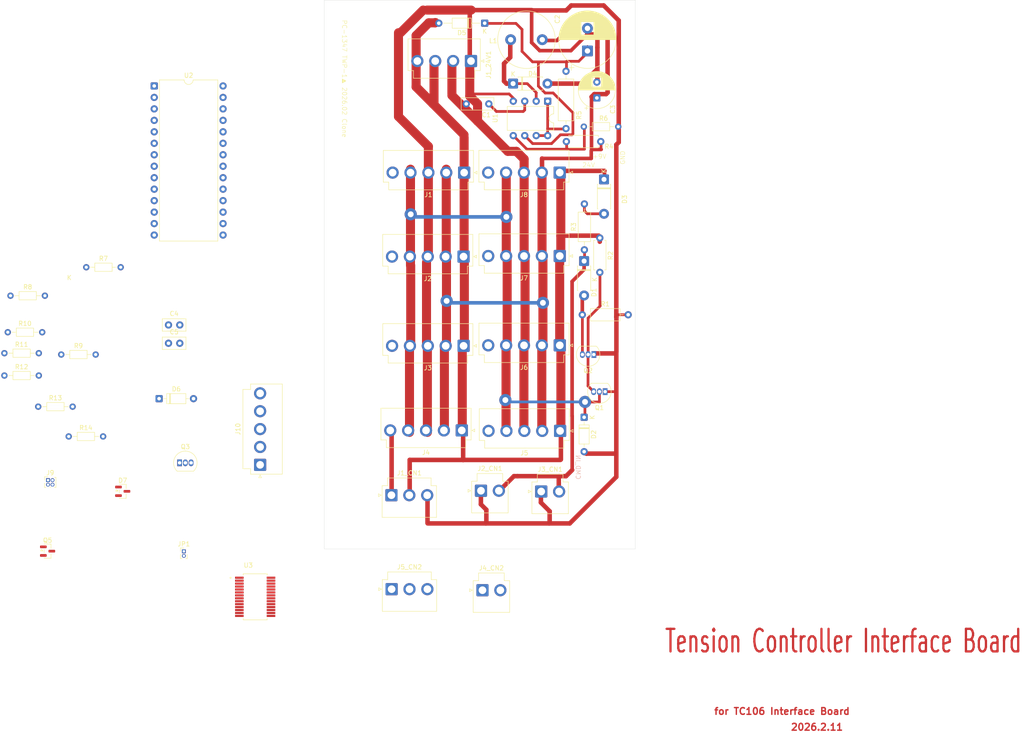
<source format=kicad_pcb>
(kicad_pcb (version 20241229) (generator "pcbnew") (generator_version "9.0")
  (layers (0 "F.Cu" signal) (2 "B.Cu" signal) (13 "F.Paste" user) (15 "B.Paste" user) (5 "F.SilkS" user "F.Silkscreen") (7 "B.SilkS" user "B.Silkscreen") (1 "F.Mask" user) (3 "B.Mask" user) (25 "Edge.Cuts" user))
  (net 0 "")
  (net 1 "+24V")
  (net 2 "/+24V_FILT")
  (net 3 "/CMD_IN_PROT")
  (net 4 "GND")
  (net 5 "/SW_OUT")
  (net 8 "/MC34063_TC")
  (net 9 "Net-(C4-Pad1)")
  (net 10 "/TC_RX_U3")
  (net 11 "/+9V")
  (net 17 "/TC_RX_IN")
  (net 18 "/TC_RX_BUS")
  (net 19 "/V_FB")
  (net 20 "/I_SENSE")
  (net 21 "/TC_RX")
  (net 22 "/TC_TX")
  (net 25 "/TC_RX_24V")
  (net 26 "/IN_Q_MAIN")
  (net 27 "Net-(U2-RC7{slash}RX{slash}DT)")
  (net 28 "Net-(J9-Pin_2)")
  (net 29 "Net-(J9-Pin_1)")
  (net 56 "Net-(J5_CN2-Pin_3)")
  (net 57 "/TC_MAIN_U")
  (net 58 "/TC_TX_U3")
  (net 85 "Net-(R11-Pad2)")
  (net 86 "Net-(R12-Pad2)")
  (footprint "Resistor_THT:R_Axial_DIN0204_L3.6mm_D1.6mm_P7.62mm_Horizontal" (layer "F.Cu") (at 37.96 115.27)
    (property "Reference" "R12")
    (property "Value" "4k7")
  )
  (footprint "Connector_JST:JST_VH_B5P-VH-B_1x05_P3.96mm_Vertical" (layer "F.Cu") (at 139.7738 70.3326 180)
    (property "Reference" "J1")
    (property "Value" "JST_VH_01x05")
  )
  (footprint "Capacitor_THT:CP_Radial_D8.0mm_P3.50mm" (layer "F.Cu") (at 169.164 53.792 90)
    (property "Reference" "C3")
    (property "Value" "470uF 16V")
  )
  (footprint "Resistor_THT:R_Axial_DIN0204_L3.6mm_D1.6mm_P7.62mm_Horizontal" (layer "F.Cu") (at 166.28 60.16)
    (property "Reference" "R6")
    (property "Value" "1k")
  )
  (footprint "Resistor_THT:R_Axial_DIN0207_L6.3mm_D2.5mm_P10.16mm_Horizontal" (layer "F.Cu") (at 165.94 101.81)
    (property "Reference" "R1")
    (property "Value" "220")
  )
  (footprint "Package_TO_SOT_SMD:SOT-23" (layer "F.Cu") (at 64.1575 140.91)
    (property "Reference" "D7")
    (property "Value" "D_TVS_Dual_AAC")
  )
  (footprint "Package_TO_SOT_THT:TO-92_Inline" (layer "F.Cu") (at 76.76 134.6)
    (property "Reference" "Q3")
    (property "Value" "2SD1863")
  )
  (footprint "Connector_JST:JST_VH_B5P-VH-B_1x05_P3.96mm_Vertical" (layer "F.Cu") (at 160.9357 70.3238 180)
    (property "Reference" "J8")
    (property "Value" "JST_VH_01x05" (hide yes))
  )
  (footprint "Connector_JST:JST_VH_B3P-VH-B_1x03_P3.96mm_Vertical" (layer "F.Cu") (at 123.71 162.58)
    (property "Reference" "J5_CN2")
    (property "Value" "JST_VH_01x03")
  )
  (footprint "Diode_THT:D_DO-35_SOD27_P7.62mm_Horizontal" (layer "F.Cu") (at 72.22 120.39)
    (property "Reference" "D6")
    (property "Value" "HZ24")
  )
  (footprint "Package_TO_SOT_SMD:SOT-23" (layer "F.Cu") (at 47.5225 154.16)
    (property "Reference" "Q5")
    (property "Value" "DTC143E")
  )
  (footprint "Resistor_THT:R_Axial_DIN0207_L6.3mm_D2.5mm_P7.62mm_Horizontal" (layer "F.Cu") (at 169.82 84.8 -90)
    (property "Reference" "R2")
    (property "Value" "10k")
  )
  (footprint "Resistor_THT:R_Axial_DIN0207_L6.3mm_D2.5mm_P10.16mm_Horizontal" (layer "F.Cu") (at 166.4 87.43 90)
    (property "Reference" "R3")
    (property "Value" "1k2")
  )
  (footprint "Resistor_THT:R_Axial_DIN0204_L3.6mm_D1.6mm_P7.62mm_Horizontal" (layer "F.Cu") (at 38.71 105.68)
    (property "Reference" "R10")
    (property "Value" "1k")
  )
  (footprint "Diode_THT:D_DO-35_SOD27_P7.62mm_Horizontal" (layer "F.Cu") (at 166.3446 124.5108 -90)
    (property "Reference" "D2")
    (property "Value" "1N4148")
  )
  (footprint "Diode_THT:D_DO-41_SOD81_P7.62mm_Horizontal" (layer "F.Cu") (at 166.34 89.92 -90)
    (property "Reference" "D1")
    (property "Value" "1N4148")
  )
  (footprint "Connector_JST:JST_VH_B5P-VH-B_1x05_P3.96mm_Vertical" (layer "F.Cu") (at 161.02 127.53 180)
    (property "Reference" "J5")
    (property "Value" "JST_VH_01x05" (hide yes))
  )
  (footprint "Connector_PinHeader_1.00mm:PinHeader_2x02_P1.00mm_Vertical" (layer "F.Cu") (at 47.61 138.43)
    (property "Reference" "J9")
    (property "Value" "Conn_02x02_Odd_Even")
  )
  (footprint "Diode_THT:D_DO-41_SOD81_P7.62mm_Horizontal" (layer "F.Cu") (at 150.61 50.62)
    (property "Reference" "D4")
    (property "Value" "1N5819")
  )
  (footprint "Package_TO_SOT_THT:TO-92_Inline" (layer "F.Cu") (at 168.5 110.62 180)
    (property "Reference" "Q2")
    (property "Value" "DTC143E")
  )
  (footprint "Inductor_THT:L_Radial_D12.5mm_P7.00mm_Fastron_09HCP" (layer "F.Cu") (at 157.0736 40.894 180)
    (property "Reference" "L1")
    (property "Value" "330uH")
  )
  (footprint "Capacitor_THT:CP_Radial_D12.5mm_P5.00mm" (layer "F.Cu") (at 167.0812 43.3832 90)
    (property "Reference" "C2")
    (property "Value" "1000uF 35V")
  )
  (footprint "Resistor_THT:R_Axial_DIN0309_L9.0mm_D3.2mm_P12.70mm_Horizontal" (layer "F.Cu") (at 162.3314 60.579 90)
    (property "Reference" "R5")
    (property "Value" "0R22")
  )
  (footprint "Capacitor_THT:C_Rect_L7.0mm_W2.5mm_P5.00mm" (layer "F.Cu") (at 145.24 55.11 180)
    (property "Reference" "C1")
    (property "Value" "470pF 100V")
  )
  (footprint "Connector_JST:JST_VH_B5P-VH-B_1x05_P3.96mm_Vertical" (layer "F.Cu") (at 94.59 135.05 90)
    (property "Reference" "J10")
    (property "Value" "JST_VH_01x05")
  )
  (footprint "Connector_JST:JST_VH_B5P-VH-B_1x05_P3.96mm_Vertical" (layer "F.Cu") (at 139.64 88.93 180)
    (property "Reference" "J2")
    (property "Value" "JST_VH_01x05")
  )
  (footprint "Resistor_THT:R_Axial_DIN0204_L3.6mm_D1.6mm_P7.62mm_Horizontal" (layer "F.Cu") (at 56.09 91.29)
    (property "Reference" "R7")
    (property "Value" "330R")
  )
  (footprint "Package_TO_SOT_THT:TO-92_Inline" (layer "F.Cu") (at 171 118.84 180)
    (property "Reference" "Q1")
    (property "Value" "DTC143E")
  )
  (footprint "Capacitor_THT:C_Disc_D5.0mm_W2.5mm_P2.50mm" (layer "F.Cu") (at 74.3 108.12)
    (property "Reference" "C5")
    (property "Value" "104")
  )
  (footprint "Diode_THT:D_DO-41_SOD81_P7.62mm_Horizontal" (layer "F.Cu") (at 170.75 71.83 -90)
    (property "Reference" "D3")
    (property "Value" "1N4007")
  )
  (footprint "dsPic33FJ16MC102:SOP65P780X200-28N" (layer "F.Cu") (at 93.495 164.275)
    (property "Reference" "U3")
    (property "Value" "Dummy dsPic33FJ16MC102")
  )
  (footprint "Connector_JST:JST_VH_B5P-VH-B_1x05_P3.96mm_Vertical" (layer "F.Cu") (at 160.95 108.58 180)
    (property "Reference" "J6")
    (property "Value" "JST_VH_01x05" (hide yes))
  )
  (footprint "Connector_JST:JST_VH_B2P-VH-B_1x02_P3.96mm_Vertical" (layer "F.Cu") (at 143.5 140.78)
    (property "Reference" "J2_CN1")
    (property "Value" "JST_VH_01x02")
  )
  (footprint "Resistor_THT:R_Axial_DIN0204_L3.6mm_D1.6mm_P7.62mm_Horizontal" (layer "F.Cu") (at 45.45 122.16)
    (property "Reference" "R13")
    (property "Value" "1k")
  )
  (footprint "Resistor_THT:R_Axial_DIN0204_L3.6mm_D1.6mm_P7.62mm_Horizontal" (layer "F.Cu") (at 39.31 97.59)
    (property "Reference" "R8")
    (property "Value" "1k")
  )
  (footprint "Resistor_THT:R_Axial_DIN0204_L3.6mm_D1.6mm_P7.62mm_Horizontal" (layer "F.Cu") (at 50.55 110.62)
    (property "Reference" "R9")
    (property "Value" "1k")
  )
  (footprint "Package_DIP:DIP-8_W7.62mm" (layer "F.Cu") (at 158.27 54.515 -90)
    (property "Reference" "U1")
    (property "Value" "MC34063AP")
  )
  (footprint "Connector_JST:JST_VH_B5P-VH-B_1x05_P3.96mm_Vertical" (layer "F.Cu") (at 139.65 108.69 180)
    (property "Reference" "J3")
    (property "Value" "JST_VH_01x05")
  )
  (footprint "Capacitor_THT:C_Disc_D5.0mm_W2.5mm_P2.50mm" (layer "F.Cu") (at 74.3 104.07)
    (property "Reference" "C4")
    (property "Value" "104")
  )
  (footprint "Connector_JST:JST_VH_B5P-VH-B_1x05_P3.96mm_Vertical" (layer "F.Cu") (at 139.25 127.42 180)
    (property "Reference" "J4")
    (property "Value" "JST_VH_01x05" (hide yes))
  )
  (footprint "Package_DIP:DIP-28_W15.24mm" (layer "F.Cu") (at 71.14 51.14)
    (property "Reference" "U2")
    (property "Value" "PIC16F73-ISP")
  )
  (footprint "Connector_JST:JST_VH_B4P-VH-B_1x04_P3.96mm_Vertical" (layer "F.Cu") (at 141.29 45.62 180)
    (property "Reference" "J1_24V1")
    (property "Value" "JST_VH_01x04")
  )
  (footprint "Resistor_THT:R_Axial_DIN0204_L3.6mm_D1.6mm_P7.62mm_Horizontal" (layer "F.Cu") (at 52.2 128.76)
    (property "Reference" "R14")
    (property "Value" "10k")
  )
  (footprint "Diode_THT:D_DO-35_SOD27_P10.16mm_Horizontal" (layer "F.Cu") (at 144.3228 37.2364 180)
    (property "Reference" "D5")
    (property "Value" "1N4148")
  )
  (footprint "Connector_JST:JST_VH_B2P-VH-B_1x02_P3.96mm_Vertical" (layer "F.Cu") (at 156.8425 140.95)
    (property "Reference" "J3_CN1")
    (property "Value" "JST_VH_01x02")
  )
  (footprint "Connector_JST:JST_VH_B2P-VH-B_1x02_P3.96mm_Vertical" (layer "F.Cu") (at 143.8325 162.81)
    (property "Reference" "J4_CN2")
    (property "Value" "JST_VH_01x02")
  )
  (footprint "Connector_JST:JST_VH_B3P-VH-B_1x03_P3.96mm_Vertical" (layer "F.Cu") (at 123.67 141.77)
    (property "Reference" "J1_CN1")
    (property "Value" "JST_VH_01x03")
  )
  (footprint "Connector_JST:JST_VH_B5P-VH-B_1x05_P3.96mm_Vertical" (layer "F.Cu") (at 160.95 88.8 180)
    (property "Reference" "J7")
    (property "Value" "JST_VH_01x05" (hide yes))
  )
  (footprint "Resistor_THT:R_Axial_DIN0204_L3.6mm_D1.6mm_P7.62mm_Horizontal" (layer "F.Cu") (at 37.96 110.32)
    (property "Reference" "R11")
    (property "Value" "22k")
  )
  (footprint "Connector_PinHeader_1.00mm:PinHeader_1x02_P1.00mm_Vertical" (layer "F.Cu") (at 77.7 154.2)
    (property "Reference" "JP1")
    (property "Value" "Jumper_2_Open")
  )
  (footprint "Resistor_THT:R_Axial_DIN0207_L6.3mm_D2.5mm_P7.62mm_Horizontal" (layer "F.Cu") (at 162.4076 63.4492)
    (property "Reference" "R4")
    (property "Value" "6k2")
  )
  (gr_rect (start 108.8 32.13) (end 177.69 153.68) (stroke (width 0.05)) (fill no) (layer "Edge.Cuts"))
  (gr_text "Tension Controller Interface Board" (at 184 177 0) (layer "F.Cu") (effects (font (size 5 3) (thickness 0.5)) (justify left bottom)))
  (gr_text "for TC106 Interface Board" (at 195 190.5 0) (layer "F.Cu") (effects (font (size 1.5 1.5) (thickness 0.3) (bold yes)) (justify left bottom)))
  (gr_text "2026.2.11" (at 212 194 0) (layer "F.Cu") (effects (font (size 1.5 1.5) (thickness 0.3) (bold yes)) (justify left bottom)))
  (gr_text "GND" (at 175.48 68.6 90) (layer "F.SilkS") (effects (font (size 1 1) (thickness 0.1)) (justify left bottom)))
  (gr_text "PC-1347 TWP-1▲ 2026.02 Clone\n" (at 112.68 36.44 270) (layer "F.SilkS") (effects (font (size 1 1) (thickness 0.1)) (justify left bottom)))
  (gr_text "24V" (at 165.9 69.25 0) (layer "F.SilkS") (effects (font (size 1 1) (thickness 0.1)) (justify left bottom)))
  (gr_text "+9V" (at 168.16 67.34 0) (layer "F.SilkS") (effects (font (size 1 1) (thickness 0.1)) (justify left bottom)))
  (gr_text "CMD_IN" (at 164.4142 138.3538 270) (layer "B.SilkS") (effects (font (size 1 1) (thickness 0.1)) (justify left bottom mirror)))
  (segment (start 139.82 89.23) (end 139.82 108.19) (width 2) (layer "F.Cu") (net 1))
  (segment (start 161.18 84.38) (end 161.18 70.37) (width 2) (layer "F.Cu") (net 1))
  (segment (start 139.77 69.57) (end 139.77 89.18) (width 2) (layer "F.Cu") (net 1))
  (segment (start 129.14 39.97) (end 131.95 37.16) (width 2) (layer "F.Cu") (net 1))
  (segment (start 169.81 85.64) (end 169.81 84.51) (width 1) (layer "F.Cu") (net 1))
  (segment (start 161.27 84.29) (end 161.18 84.38) (width 0.2) (layer "F.Cu") (net 1))
  (segment (start 170.86 69.95) (end 161.2 69.95) (width 1) (layer "F.Cu") (net 1))
  (segment (start 127.7125 133.96) (end 139.55 133.96) (width 1) (layer "F.Cu") (net 1))
  (segment (start 139.36 127.67) (end 139.55 127.86) (width 0.2) (layer "F.Cu") (net 1))
  (segment (start 161.2 109.16) (end 160.93 108.89) (width 0.2) (layer "F.Cu") (net 1))
  (segment (start 161.2 69.95) (end 160.98 70.17) (width 0.2) (layer "F.Cu") (net 1))
  (segment (start 133.1 54.85) (end 132.87 55.08) (width 0.2) (layer "F.Cu") (net 1))
  (segment (start 139.36 108.65) (end 139.36 127.67) (width 2) (layer "F.Cu") (net 1))
  (segment (start 129.14 51.33) (end 129.14 39.97) (width 2) (layer "F.Cu") (net 1))
  (segment (start 169.81 84.51) (end 169.59 84.29) (width 0.2) (layer "F.Cu") (net 1))
  (segment (start 161.2 133.856428) (end 161.2 127.94) (width 1) (layer "F.Cu") (net 1))
  (segment (start 139.82 108.19) (end 139.36 108.65) (width 0.2) (layer "F.Cu") (net 1))
  (segment (start 170.86 69.95) (end 170.86 71.72) (width 0.8) (layer "F.Cu") (net 1))
  (segment (start 131.95 37.16) (end 133.34 37.16) (width 2) (layer "F.Cu") (net 1))
  (segment (start 133.34 37.16) (end 133.41 37.09) (width 2) (layer "F.Cu") (net 1))
  (segment (start 139.77 62.54) (end 139.75 62.52) (width 0.2) (layer "F.Cu") (net 1))
  (segment (start 169.59 84.29) (end 161.27 84.29) (width 1) (layer "F.Cu") (net 1))
  (segment (start 161.2 127.94) (end 161.2 109.16) (width 2) (layer "F.Cu") (net 1))
  (segment (start 132.87 55.08) (end 129.13 51.34) (width 2) (layer "F.Cu") (net 1))
  (segment (start 129.13 51.34) (end 129.14 51.33) (width 0.2) (layer "F.Cu") (net 1))
  (segment (start 160.93 108.89) (end 160.93 89.48) (width 2) (layer "F.Cu") (net 1))
  (segment (start 139.75 61.96) (end 132.87 55.08) (width 2) (layer "F.Cu") (net 1))
  (segment (start 127.7125 141) (end 127.7125 133.96) (width 1) (layer "F.Cu") (net 1))
  (segment (start 139.55 127.86) (end 139.55 133.96) (width 1) (layer "F.Cu") (net 1))
  (segment (start 139.55 133.96) (end 161.096428 133.96) (width 1) (layer "F.Cu") (net 1))
  (segment (start 161.18 89.23) (end 161.18 84.38) (width 2) (layer "F.Cu") (net 1))
  (segment (start 133.1 45.72) (end 133.1 54.85) (width 2) (layer "F.Cu") (net 1))
  (segment (start 161.096428 133.96) (end 161.2 133.856428) (width 0.2) (layer "F.Cu") (net 1))
  (segment (start 161.18 70.37) (end 160.98 70.17) (width 0.2) (layer "F.Cu") (net 1))
  (segment (start 139.77 89.18) (end 139.82 89.23) (width 0.2) (layer "F.Cu") (net 1))
  (segment (start 139.77 69.57) (end 139.77 62.54) (width 2) (layer "F.Cu") (net 1))
  (segment (start 170.86 71.72) (end 170.75 71.83) (width 0.2) (layer "F.Cu") (net 1))
  (segment (start 139.75 62.52) (end 139.75 61.96) (width 0.2) (layer "F.Cu") (net 1))
  (segment (start 160.93 89.48) (end 161.18 89.23) (width 0.2) (layer "F.Cu") (net 1))
  (segment (start 163.86 61.74) (end 163.86 57.09) (width 0.6) (layer "F.Cu") (net 2))
  (segment (start 167.321 42.4039) (end 167.0861 42.169) (width 0.2) (layer "F.Cu") (net 2))
  (segment (start 156.47 51.43) (end 156.21 51.17) (width 0.6) (layer "F.Cu") (net 2))
  (segment (start 156.47 45.8) (end 154.91 45.8) (width 0.6) (layer "F.Cu") (net 2))
  (segment (start 163.84 61.76) (end 163.86 61.74) (width 0.2) (layer "F.Cu") (net 2))
  (segment (start 163.6494 61.9506) (end 163.84 61.76) (width 0.6) (layer "F.Cu") (net 2))
  (segment (start 166.92 42.57) (end 166.92 43.36) (width 0.8) (layer "F.Cu") (net 2))
  (segment (start 151.25 37.29) (end 145.11 37.29) (width 0.6) (layer "F.Cu") (net 2))
  (segment (start 159.136428 63.9) (end 160.386428 62.65) (width 0.6) (layer "F.Cu") (net 2))
  (segment (start 154.91 45.8) (end 152.59 43.48) (width 0.6) (layer "F.Cu") (net 2))
  (segment (start 159.49 52.7) (end 157.72 52.7) (width 0.6) (layer "F.Cu") (net 2))
  (segment (start 160.4 62.65) (end 161.0994 61.9506) (width 0.6) (layer "F.Cu") (net 2))
  (segment (start 154.936428 63.881428) (end 154.936428 63.9) (width 0.2) (layer "F.Cu") (net 2))
  (segment (start 162.44 45.8) (end 156.47 45.8) (width 0.6) (layer "F.Cu") (net 2))
  (segment (start 156.21 46.06) (end 156.47 45.8) (width 0.6) (layer "F.Cu") (net 2))
  (segment (start 162.44 45.68) (end 165.15 45.68) (width 0.6) (layer "F.Cu") (net 2))
  (segment (start 157.72 52.7) (end 156.46 51.44) (width 0.6) (layer "F.Cu") (net 2))
  (segment (start 156.46 51.44) (end 156.47 51.43) (width 0.2) (layer "F.Cu") (net 2))
  (segment (start 163.86 57.09) (end 163.87 57.08) (width 0.2) (layer "F.Cu") (net 2))
  (segment (start 160.386428 62.65) (end 160.4 62.65) (width 0.2) (layer "F.Cu") (net 2))
  (segment (start 162.44 45.8) (end 162.44 45.68) (width 0.2) (layer "F.Cu") (net 2))
  (segment (start 165.15 45.68) (end 166.92 43.91) (width 0.6) (layer "F.Cu") (net 2))
  (segment (start 152.59 43.48) (end 152.59 38.63) (width 0.6) (layer "F.Cu") (net 2))
  (segment (start 163.87 57.08) (end 159.49 52.7) (width 0.6) (layer "F.Cu") (net 2))
  (segment (start 166.92 43.91) (end 166.92 43.36) (width 0.2) (layer "F.Cu") (net 2))
  (segment (start 154.936428 63.9) (end 159.136428 63.9) (width 0.6) (layer "F.Cu") (net 2))
  (segment (start 162.44 47.55) (end 162.44 45.8) (width 0.6) (layer "F.Cu") (net 2))
  (segment (start 153.19 62.135) (end 154.936428 63.881428) (width 0.6) (layer "F.Cu") (net 2))
  (segment (start 156.21 51.17) (end 156.21 46.06) (width 0.6) (layer "F.Cu") (net 2))
  (segment (start 152.59 38.63) (end 151.25 37.29) (width 0.6) (layer "F.Cu") (net 2))
  (segment (start 161.0994 61.9506) (end 163.6494 61.9506) (width 0.6) (layer "F.Cu") (net 2))
  (segment (start 166.38 78.77) (end 166.4 78.75) (width 0.2) (layer "F.Cu") (net 3))
  (segment (start 166.4 78.75) (end 166.4 77.27) (width 0.6) (layer "F.Cu") (net 3))
  (segment (start 167.06 79.45) (end 166.38 78.77) (width 0.6) (layer "F.Cu") (net 3))
  (segment (start 170.75 79.45) (end 167.06 79.45) (width 0.6) (layer "F.Cu") (net 3))
  (segment (start 173.47 137.71) (end 173.47 110.08) (width 1) (layer "F.Cu") (net 4))
  (segment (start 174.01 63.43) (end 174.01 60.771) (width 1) (layer "F.Cu") (net 4))
  (segment (start 166.84 132.56) (end 166.71 132.43) (width 1) (layer "F.Cu") (net 4))
  (segment (start 125.23 39.35) (end 125.69 39.35) (width 0.2) (layer "F.Cu") (net 4))
  (segment (start 131.536428 34.34) (end 141.33 34.34) (width 2) (layer "F.Cu") (net 4))
  (segment (start 131.44 108.65) (end 131.44 90.2) (width 2) (layer "F.Cu") (net 4))
  (segment (start 176.1 101.81) (end 173.37 101.81) (width 0.6) (layer "F.Cu") (net 4))
  (segment (start 141.02 45.72) (end 141.02 34.43) (width 1) (layer "F.Cu") (net 4))
  (segment (start 168.68 110.44) (end 168.5 110.62) (width 0.2) (layer "F.Cu") (net 4))
  (segment (start 173.47 102.27) (end 173.47 64.15) (width 1) (layer "F.Cu") (net 4))
  (segment (start 153.01 127.67) (end 153.28 127.94) (width 0.2) (layer "F.Cu") (net 4))
  (segment (start 154.72 41.53) (end 156.51 43.32) (width 0.8) (layer "F.Cu") (net 4))
  (segment (start 130.71 34.33) (end 131.526428 34.33) (width 0.2) (layer "F.Cu") (net 4))
  (segment (start 141.25 52.92) (end 141.036428 52.706428) (width 0.2) (layer "F.Cu") (net 4))
  (segment (start 143.4825 140.91) (end 143.4825 143.7925) (width 1) (layer "F.Cu") (net 4))
  (segment (start 149.44 65.62) (end 142.74 58.92) (width 2) (layer "F.Cu") (net 4))
  (segment (start 173.49 110) (end 173.49 102.29) (width 1) (layer "F.Cu") (net 4))
  (segment (start 144.69 147.91) (end 144.58 148.02) (width 0.2) (layer "F.Cu") (net 4))
  (segment (start 153.06 67.34) (end 151.34 65.62) (width 2) (layer "F.Cu") (net 4))
  (segment (start 173.11 132.56) (end 166.84 132.56) (width 1) (layer "F.Cu") (net 4))
  (segment (start 131.44 108.83) (end 131.63 109.02) (width 0.2) (layer "F.Cu") (net 4))
  (segment (start 153.06 89.03) (end 153.26 89.23) (width 0.2) (layer "F.Cu") (net 4))
  (segment (start 154.726428 34.34) (end 154.72 34.346428) (width 0.2) (layer "F.Cu") (net 4))
  (segment (start 158.71 145.33) (end 158.71 147.91) (width 1) (layer "F.Cu") (net 4))
  (segment (start 174.01 36.65) (end 170.68 33.32) (width 1) (layer "F.Cu") (net 4))
  (segment (start 141.036428 51.086428) (end 141.02 51.07) (width 0.2) (layer "F.Cu") (net 4))
  (segment (start 171 118.84) (end 173.16 118.84) (width 0.6) (layer "F.Cu") (net 4))
  (segment (start 163.16 148.02) (end 173.47 137.71) (width 1) (layer "F.Cu") (net 4))
  (segment (start 131.63 109.02) (end 131.63 127.86) (width 2) (layer "F.Cu") (net 4))
  (segment (start 141.22 34.34) (end 154.726428 34.34) (width 1) (layer "F.Cu") (net 4))
  (segment (start 131.72 148.02) (end 144.58 148.02) (width 1) (layer "F.Cu") (net 4))
  (segment (start 142.74 58.92) (end 137.06 53.24) (width 2) (layer "F.Cu") (net 4))
  (segment (start 153.01 108.89) (end 153.01 127.67) (width 2) (layer "F.Cu") (net 4))
  (segment (start 163.42 43.32) (end 167.02 39.72) (width 0.8) (layer "F.Cu") (net 4))
  (segment (start 158.6 148.02) (end 163.16 148.02) (width 1) (layer "F.Cu") (net 4))
  (segment (start 144.58 148.02) (end 158.6 148.02) (width 1) (layer "F.Cu") (net 4))
  (segment (start 131.44 108.65) (end 131.44 108.83) (width 0.2) (layer "F.Cu") (net 4))
  (segment (start 151.2 54.375) (end 149.745 52.92) (width 0.6) (layer "F.Cu") (net 4))
  (segment (start 156.51 43.32) (end 163.42 43.32) (width 0.8) (layer "F.Cu") (net 4))
  (segment (start 144.69 145) (end 144.69 147.91) (width 1) (layer "F.Cu") (net 4))
  (segment (start 169.28 42.62) (end 169.286428 42.613572) (width 0.2) (layer "F.Cu") (net 4))
  (segment (start 131.85 69.57) (end 131.85 64.53) (width 2) (layer "F.Cu") (net 4))
  (segment (start 141.02 34.43) (end 140.93 34.34) (width 0.2) (layer "F.Cu") (net 4))
  (segment (start 170.68 33.32) (end 163.48 33.32) (width 1) (layer "F.Cu") (net 4))
  (segment (start 131.72 148.02) (end 131.66 147.96) (width 0.2) (layer "F.Cu") (net 4))
  (segment (start 156.7725 143.3925) (end 158.71 145.33) (width 1) (layer "F.Cu") (net 4))
  (segment (start 140.93 34.34) (end 141.22 34.34) (width 0.2) (layer "F.Cu") (net 4))
  (segment (start 141.33 34.34) (end 141.33 34.45) (width 0.2) (layer "F.Cu") (net 4))
  (segment (start 153.06 70.17) (end 153.06 67.34) (width 2) (layer "F.Cu") (net 4))
  (segment (start 154.966428 34.41) (end 154.896428 34.34) (width 0.2) (layer "F.Cu") (net 4))
  (segment (start 168.75 110.37) (end 168.68 110.44) (width 1) (layer "F.Cu") (net 4))
  (segment (start 169.286428 39.69) (end 169.256428 39.72) (width 0.2) (layer "F.Cu") (net 4))
  (segment (start 131.85 64.53) (end 125.23 57.91) (width 2) (layer "F.Cu") (net 4))
  (segment (start 166.05 50.62) (end 158.23 50.62) (width 1) (layer "F.Cu") (net 4))
  (segment (start 169.28 50.44) (end 169.28 42.62) (width 1) (layer "F.Cu") (net 4))
  (segment (start 141.036428 52.706428) (end 141.036428 51.086428) (width 0.2) (layer "F.Cu") (net 4))
  (segment (start 125.69 39.35) (end 130.71 34.33) (width 2) (layer "F.Cu") (net 4))
  (segment (start 169.256428 39.72) (end 167.02 39.72) (width 1) (layer "F.Cu") (net 4))
  (segment (start 174.01 60.07) (end 174.01 36.65) (width 1) (layer "F.Cu") (net 4))
  (segment (start 142.74 55.11) (end 142.74 58.92) (width 2) (layer "F.Cu") (net 4))
  (segment (start 173.47 64.15) (end 174.01 63.61) (width 1) (layer "F.Cu") (net 4))
  (segment (start 125.23 57.91) (end 125.23 39.35) (width 2) (layer "F.Cu") (net 4))
  (segment (start 166.71 132.43) (end 166.52 132.43) (width 1) (layer "F.Cu") (net 4))
  (segment (start 131.85 89.18) (end 131.9 89.23) (width 0.2) (layer "F.Cu") (net 4))
  (segment (start 137.06 53.24) (end 137.06 52.84) (width 0.2) (layer "F.Cu") (net 4))
  (segment (start 131.526428 34.33) (end 131.536428 34.34) (width 0.2) (layer "F.Cu") (net 4))
  (segment (start 141.02 51.07) (end 141.02 45.72) (width 0.2) (layer "F.Cu") (net 4))
  (segment (start 131.85 69.57) (end 131.85 89.18) (width 2) (layer "F.Cu") (net 4))
  (segment (start 143.4825 143.7925) (end 144.69 145) (width 1) (layer "F.Cu") (net 4))
  (segment (start 153.06 70.17) (end 153.06 89.03) (width 2) (layer "F.Cu") (net 4))
  (segment (start 141.02 53.39) (end 142.74 55.11) (width 2) (layer "F.Cu") (net 4))
  (segment (start 141.02 45.72) (end 141.02 53.39) (width 2) (layer "F.Cu") (net 4))
  (segment (start 169.286428 42.613572) (end 169.286428 39.69) (width 1) (layer "F.Cu") (net 4))
  (segment (start 158.71 147.91) (end 158.6 148.02) (width 0.2) (layer "F.Cu") (net 4))
  (segment (start 162.39 34.41) (end 154.966428 34.41) (width 1) (layer "F.Cu") (net 4))
  (segment (start 151.34 65.62) (end 149.44 65.62) (width 2) (layer "F.Cu") (net 4))
  (segment (start 131.66 147.96) (end 131.66 141.01) (width 1) (layer "F.Cu") (net 4))
  (segment (start 154.72 34.346428) (end 154.72 41.53) (width 0.8) (layer "F.Cu") (net 4))
  (segment (start 173.37 101.81) (end 173.26 101.92) (width 0.2) (layer "F.Cu") (net 4))
  (segment (start 156.7725 140.91) (end 156.7725 143.3925) (width 1) (layer "F.Cu") (net 4))
  (segment (start 153.26 89.23) (end 153.26 108.64) (width 2) (layer "F.Cu") (net 4))
  (segment (start 169.23 47.44) (end 166.05 50.62) (width 1) (layer "F.Cu") (net 4))
  (segment (start 173.49 102.29) (end 173.47 102.27) (width 1) (layer "F.Cu") (net 4))
  (segment (start 153.26 108.64) (end 153.01 108.89) (width 0.2) (layer "F.Cu") (net 4))
  (segment (start 174.01 63.61) (end 174.01 63.43) (width 1) (layer "F.Cu") (net 4))
  (segment (start 163.48 33.32) (end 162.39 34.41) (width 1) (layer "F.Cu") (net 4))
  (segment (start 141.33 34.45) (end 141.22 34.34) (width 0.2) (layer "F.Cu") (net 4))
  (segment (start 137.06 45.72) (end 137.06 52.84) (width 2) (layer "F.Cu") (net 4))
  (segment (start 173.04 110.37) (end 168.75 110.37) (width 1) (layer "F.Cu") (net 4))
  (segment (start 149.745 52.92) (end 141.25 52.92) (width 0.6) (layer "F.Cu") (net 4))
  (segment (start 150.61 50.62) (end 149.15 50.62) (width 1) (layer "F.Cu") (net 5))
  (segment (start 155.73 54.515) (end 155.73 52.68) (width 0.6) (layer "F.Cu") (net 5))
  (segment (start 149.15 50.62) (end 148.61 50.08) (width 1) (layer "F.Cu") (net 5))
  (segment (start 153.75 50.62) (end 150.61 50.62) (width 0.6) (layer "F.Cu") (net 5))
  (segment (start 148.61 46.17) (end 149.985216 44.794784) (width 1) (layer "F.Cu") (net 5))
  (segment (start 148.61 50.08) (end 148.61 46.17) (width 1) (layer "F.Cu") (net 5))
  (segment (start 153.82 50.69) (end 153.75 50.62) (width 0.2) (layer "F.Cu") (net 5))
  (segment (start 155.73 52.68) (end 155.77 52.64) (width 0.2) (layer "F.Cu") (net 5))
  (segment (start 149.985216 44.794784) (end 149.985216 41.07) (width 1) (layer "F.Cu") (net 5))
  (segment (start 155.77 52.64) (end 153.82 50.69) (width 0.6) (layer "F.Cu") (net 5))
  (segment (start 153.74 55.065) (end 153.19 54.515) (width 0.2) (layer "F.Cu") (net 8))
  (segment (start 145.24 55.11) (end 146.92 56.79) (width 0.6) (layer "F.Cu") (net 8))
  (segment (start 146.92 56.79) (end 152.86 56.79) (width 0.6) (layer "F.Cu") (net 8))
  (segment (start 153.19 56.46) (end 153.19 54.515) (width 0.6) (layer "F.Cu") (net 8))
  (segment (start 152.86 56.79) (end 153.19 56.46) (width 0.6) (layer "F.Cu") (net 8))
  (segment (start 135.81 89.18) (end 135.86 89.23) (width 0.2) (layer "F.Cu") (net 11))
  (segment (start 157.485216 41.07) (end 160.32 41.07) (width 0.8) (layer "F.Cu") (net 11))
  (segment (start 157.02 70.17) (end 157.02 89.03) (width 2) (layer "F.Cu") (net 11))
  (segment (start 135.81 69.57) (end 135.81 89.18) (width 2) (layer "F.Cu") (net 11))
  (segment (start 165.18 36.21) (end 165.32 36.35) (width 0.2) (layer "F.Cu") (net 11))
  (segment (start 170.12 65.2) (end 168.12 65.2) (width 0.8) (layer "F.Cu") (net 11))
  (segment (start 171.54 38.52) (end 169.37 36.35) (width 1) (layer "F.Cu") (net 11))
  (segment (start 167.98 65.06) (end 167.98 53.56) (width 0.8) (layer "F.Cu") (net 11))
  (segment (start 171.22 52.94) (end 171.54 52.62) (width 1) (layer "F.Cu") (net 11))
  (segment (start 157.02 67.206428) (end 157.036428 67.19) (width 0.2) (layer "F.Cu") (net 11))
  (segment (start 170.09 63.68) (end 170.09 65.17) (width 0.6) (layer "F.Cu") (net 11))
  (segment (start 167.92 65.46) (end 168.18 65.2) (width 0.2) (layer "F.Cu") (net 11))
  (segment (start 135.86 89.23) (end 135.86 108.19) (width 2) (layer "F.Cu") (net 11))
  (segment (start 157.22 89.23) (end 157.22 99.11) (width 2) (layer "F.Cu") (net 11))
  (segment (start 170.09 65.17) (end 170.12 65.2) (width 0.2) (layer "F.Cu") (net 11))
  (segment (start 157.02 89.03) (end 157.22 89.23) (width 0.2) (layer "F.Cu") (net 11))
  (segment (start 167.92 67.19) (end 167.92 65.46) (width 0.8) (layer "F.Cu") (net 11))
  (segment (start 168.12 65.2) (end 167.98 65.06) (width 0.2) (layer "F.Cu") (net 11))
  (segment (start 167.98 53.56) (end 168.6 52.94) (width 1) (layer "F.Cu") (net 11))
  (segment (start 168.6 52.94) (end 171.22 52.94) (width 1) (layer "F.Cu") (net 11))
  (segment (start 156.97 108.89) (end 156.97 127.67) (width 2) (layer "F.Cu") (net 11))
  (segment (start 156.97 127.67) (end 157.24 127.94) (width 0.2) (layer "F.Cu") (net 11))
  (segment (start 157.22 99.17) (end 157.22 108.64) (width 2) (layer "F.Cu") (net 11))
  (segment (start 169.37 36.35) (end 165.32 36.35) (width 1) (layer "F.Cu") (net 11))
  (segment (start 157.02 70.17) (end 157.02 67.206428) (width 1) (layer "F.Cu") (net 11))
  (segment (start 171.54 52.62) (end 171.54 38.52) (width 1) (layer "F.Cu") (net 11))
  (segment (start 157.036428 67.19) (end 167.92 67.19) (width 0.8) (layer "F.Cu") (net 11))
  (segment (start 135.86 108.19) (end 135.4 108.65) (width 0.2) (layer "F.Cu") (net 11))
  (segment (start 135.4 108.65) (end 135.4 127.67) (width 2) (layer "F.Cu") (net 11))
  (segment (start 135.4 127.67) (end 135.59 127.86) (width 0.2) (layer "F.Cu") (net 11))
  (segment (start 157.22 108.64) (end 156.97 108.89) (width 0.2) (layer "F.Cu") (net 11))
  (segment (start 160.32 41.07) (end 165.18 36.21) (width 0.8) (layer "F.Cu") (net 11))
  (via (at 135.9 98.74) (size 2.7) (drill 1.3) (layers "F.Cu" "B.Cu") (net 11))
  (via (at 157.22 99.17) (size 2.7) (drill 1.3) (layers "F.Cu" "B.Cu") (net 11))
  (segment (start 157.22 99.17) (end 136.33 99.17) (width 0.8) (layer "B.Cu") (net 11))
  (segment (start 136.33 99.17) (end 135.9 98.74) (width 0.2) (layer "B.Cu") (net 11))
  (segment (start 165.96 102.24) (end 165.64 101.92) (width 0.2) (layer "F.Cu") (net 17))
  (segment (start 165.96 110.62) (end 165.96 102.24) (width 0.6) (layer "F.Cu") (net 17))
  (segment (start 165.94 97.94) (end 166.34 97.54) (width 0.2) (layer "F.Cu") (net 17))
  (segment (start 165.64 98.27) (end 165.67 98.24) (width 0.2) (layer "F.Cu") (net 17))
  (segment (start 165.94 101.81) (end 165.94 97.94) (width 0.8) (layer "F.Cu") (net 17))
  (segment (start 149.05 127.67) (end 149.32 127.94) (width 0.2) (layer "F.Cu") (net 18))
  (segment (start 149.1 70.17) (end 149.1 89.03) (width 2) (layer "F.Cu") (net 18))
  (segment (start 166.52 121.13) (end 169.72 121.13) (width 0.6) (layer "F.Cu") (net 18))
  (segment (start 166.52 121.13) (end 166.54 121.11) (width 0.2) (layer "F.Cu") (net 18))
  (segment (start 169.72 121.13) (end 169.73 121.14) (width 0.2) (layer "F.Cu") (net 18))
  (segment (start 166.52 121.51) (end 166.79 121.24) (width 0.2) (layer "F.Cu") (net 18))
  (segment (start 127.67 108.84) (end 127.48 108.65) (width 0.2) (layer "F.Cu") (net 18))
  (segment (start 149.05 108.89) (end 149.05 127.67) (width 2) (layer "F.Cu") (net 18))
  (segment (start 127.94 89.23) (end 127.94 90.87) (width 0.2) (layer "F.Cu") (net 18))
  (segment (start 127.94 108.19) (end 127.48 108.65) (width 0.2) (layer "F.Cu") (net 18))
  (segment (start 169.73 121.14) (end 169.73 118.84) (width 0.6) (layer "F.Cu") (net 18))
  (segment (start 127.89 69.57) (end 127.89 90.82) (width 2) (layer "F.Cu") (net 18))
  (segment (start 149.3 89.23) (end 149.3 108.64) (width 2) (layer "F.Cu") (net 18))
  (segment (start 166.52 124.81) (end 166.52 121.13) (width 0.6) (layer "F.Cu") (net 18))
  (segment (start 166.71 125.23) (end 166.7 125.22) (width 0.2) (layer "F.Cu") (net 18))
  (segment (start 127.67 127.86) (end 127.67 108.84) (width 2) (layer "F.Cu") (net 18))
  (segment (start 127.94 90.87) (end 127.94 108.19) (width 2) (layer "F.Cu") (net 18))
  (segment (start 149.3 108.64) (end 149.05 108.89) (width 0.2) (layer "F.Cu") (net 18))
  (segment (start 127.89 90.82) (end 127.94 90.87) (width 0.2) (layer "F.Cu") (net 18))
  (segment (start 149.1 89.03) (end 149.3 89.23) (width 0.2) (layer "F.Cu") (net 18))
  (via (at 127.94 79.56) (size 2.7) (drill 1.3) (layers "F.Cu" "B.Cu") (net 18))
  (via (at 166.54 121.11) (size 2.7) (drill 1.3) (layers "F.Cu" "B.Cu") (net 18))
  (via (at 148.9 120.7) (size 2.7) (drill 1.3) (layers "F.Cu" "B.Cu") (net 18))
  (via (at 149.12 80.14) (size 2.7) (drill 1.3) (layers "F.Cu" "B.Cu") (net 18))
  (segment (start 149.31 121.11) (end 148.9 120.7) (width 0.2) (layer "B.Cu") (net 18))
  (segment (start 149.35 121.15) (end 148.9 120.7) (width 0.2) (layer "B.Cu") (net 18))
  (segment (start 166.54 121.11) (end 149.31 121.11) (width 0.6) (layer "B.Cu") (net 18))
  (segment (start 149.12 80.14) (end 128.52 80.14) (width 0.8) (layer "B.Cu") (net 18))
  (segment (start 128.52 80.14) (end 127.94 79.56) (width 0.2) (layer "B.Cu") (net 18))
  (segment (start 153.65 65.12) (end 153.68 65.15) (width 0.2) (layer "F.Cu") (net 19))
  (segment (start 162.47 63.68) (end 162.47 65.08) (width 0.6) (layer "F.Cu") (net 19))
  (segment (start 162.54 65.15) (end 166.42 65.15) (width 0.6) (layer "F.Cu") (net 19))
  (segment (start 166.42 65.09) (end 166.39 65.06) (width 0.2) (layer "F.Cu") (net 19))
  (segment (start 162.506428 65.15) (end 162.54 65.15) (width 0.6) (layer "F.Cu") (net 19))
  (segment (start 166.42 65.15) (end 166.42 65.09) (width 0.2) (layer "F.Cu") (net 19))
  (segment (start 150.65 62.135) (end 153.635 65.12) (width 0.6) (layer "F.Cu") (net 19))
  (segment (start 166.39 65.06) (end 166.39 60.07) (width 0.6) (layer "F.Cu") (net 19))
  (segment (start 162.47 65.08) (end 162.54 65.15) (width 0.2) (layer "F.Cu") (net 19))
  (segment (start 153.635 65.12) (end 153.65 65.12) (width 0.2) (layer "F.Cu") (net 19))
  (segment (start 153.68 65.15) (end 162.506428 65.15) (width 0.6) (layer "F.Cu") (net 19))
  (segment (start 158.28 60.67) (end 158.27 60.66) (width 0.2) (layer "F.Cu") (net 20))
  (segment (start 158.27 60.66) (end 158.27 60.55) (width 0.2) (layer "F.Cu") (net 20))
  (segment (start 162.406428 60.67) (end 158.28 60.67) (width 0.6) (layer "F.Cu") (net 20))
  (segment (start 162.43 60.646428) (end 162.406428 60.67) (width 0.2) (layer "F.Cu") (net 20))
  (segment (start 158.27 62.135) (end 158.27 60.55) (width 0.6) (layer "F.Cu") (net 20))
  (segment (start 155.73 62.135) (end 158.27 62.135) (width 0.6) (layer "F.Cu") (net 20))
  (segment (start 158.27 60.55) (end 158.27 54.515) (width 0.6) (layer "F.Cu") (net 20))
  (segment (start 151.59 137.55) (end 160.81 137.55) (width 1) (layer "F.Cu") (net 21))
  (segment (start 166.44 89.82) (end 166.34 89.92) (width 0.2) (layer "F.Cu") (net 21))
  (segment (start 162.34 137.55) (end 163.7 136.19) (width 1) (layer "F.Cu") (net 21))
  (segment (start 163.76 136.19) (end 163.7 136.13) (width 0.2) (layer "F.Cu") (net 21))
  (segment (start 163.7 136.19) (end 163.76 136.19) (width 0.2) (layer "F.Cu") (net 21))
  (segment (start 166.34 91.78) (end 165.67 92.45) (width 0.8) (layer "F.Cu") (net 21))
  (segment (start 160.81 137.55) (end 162.34 137.55) (width 1) (layer "F.Cu") (net 21))
  (segment (start 163.7 136.13) (end 163.7 124.243572) (width 0.8) (layer "F.Cu") (net 21))
  (segment (start 150.8025 137.55) (end 151.59 137.55) (width 1) (layer "F.Cu") (net 21))
  (segment (start 147.4425 140.91) (end 150.8025 137.55) (width 1) (layer "F.Cu") (net 21))
  (segment (start 166.34 89.92) (end 166.34 91.78) (width 0.8) (layer "F.Cu") (net 21))
  (segment (start 166.44 87.87) (end 166.44 89.82) (width 0.6) (layer "F.Cu") (net 21))
  (segment (start 160.7325 137.7125) (end 160.69 137.67) (width 0.2) (layer "F.Cu") (net 21))
  (segment (start 165.67 92.45) (end 163.68 94.44) (width 0.8) (layer "F.Cu") (net 21))
  (segment (start 160.7325 140.91) (end 160.7325 137.7125) (width 1) (layer "F.Cu") (net 21))
  (segment (start 163.68 94.44) (end 163.68 124.223572) (width 0.8) (layer "F.Cu") (net 21))
  (segment (start 160.69 137.67) (end 160.81 137.55) (width 0.2) (layer "F.Cu") (net 21))
  (segment (start 123.71 127.86) (end 123.71 140.9575) (width 1) (layer "F.Cu") (net 22))
  (segment (start 123.71 140.9575) (end 123.7525 141) (width 0.2) (layer "F.Cu") (net 22))
  (segment (start 169.9006 99.8728) (end 169.8498 99.822) (width 0.2) (layer "F.Cu") (net 25))
  (segment (start 167.2082 111.221) (end 167.23 111.221) (width 0.2) (layer "F.Cu") (net 25))
  (segment (start 167.2082 117.5882) (end 167.2082 111.221) (width 0.6) (layer "F.Cu") (net 25))
  (segment (start 167.23 102.5434) (end 169.9006 99.8728) (width 0.6) (layer "F.Cu") (net 25))
  (segment (start 167.23 110.62) (end 167.23 102.5434) (width 0.6) (layer "F.Cu") (net 25))
  (segment (start 168.46 118.84) (end 167.2082 117.5882) (width 0.6) (layer "F.Cu") (net 25))
  (segment (start 169.8498 99.822) (end 169.8498 92.9894) (width 0.6) (layer "F.Cu") (net 25))
)
</source>
